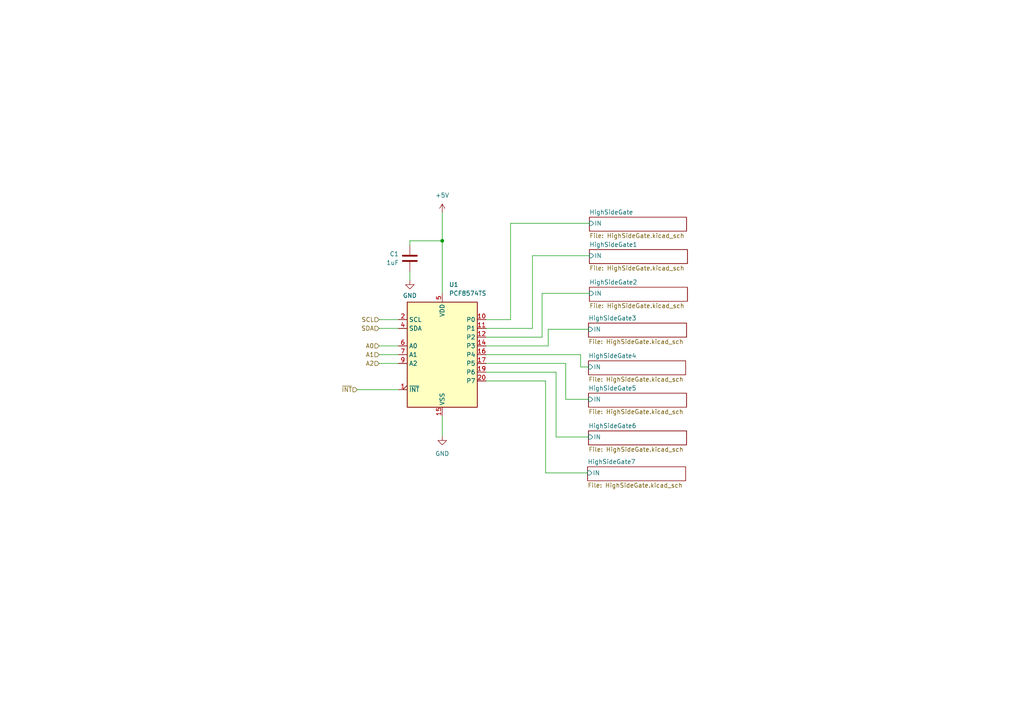
<source format=kicad_sch>
(kicad_sch (version 20230121) (generator eeschema)
  (paper "A4")
  (lib_symbols
    (symbol "Device:C" (pin_numbers hide) (pin_names (offset 0.254))
      (property "Reference" "C" (at 0.635 2.54 0))
      (property "Value" "C" (at 0.635 -2.54 0))
      (symbol "C_0_1"
        (polyline (pts (xy -2.032 -0.762) (xy 2.032 -0.762)) (stroke (width 0.508)))
        (polyline (pts (xy -2.032 0.762) (xy 2.032 0.762)) (stroke (width 0.508)))
      )
      (symbol "C_1_1"
        (pin passive line (at 0 3.81 270) (length 2.794) (name "~") (number "1"))
        (pin passive line (at 0 -3.81 90) (length 2.794) (name "~") (number "2"))
      )
    )
    (symbol "Interface_Expansion:PCF8574TS"
      (property "Reference" "U" (at -8.89 16.51 0))
      (property "Value" "PCF8574TS" (at 3.81 16.51 0))
      (symbol "PCF8574TS_0_1"
        (rectangle (start -10.16 15.24) (end 10.16 -15.24) (stroke (width 0.254)) (fill (type background)))
      )
      (symbol "PCF8574TS_1_1"
        (pin open_collector output_low (at -12.7 -10.16 0) (length 2.54) (name "~{INT}") (number "1"))
        (pin bidirectional line (at 12.7 10.16 180) (length 2.54) (name "P0") (number "10"))
        (pin bidirectional line (at 12.7 7.62 180) (length 2.54) (name "P1") (number "11"))
        (pin bidirectional line (at 12.7 5.08 180) (length 2.54) (name "P2") (number "12"))
        (pin no_connect line (at -10.16 -5.08 0) (length 2.54) hide (name "NC") (number "13"))
        (pin bidirectional line (at 12.7 2.54 180) (length 2.54) (name "P3") (number "14"))
        (pin power_in line (at 0 -17.78 90) (length 2.54) (name "VSS") (number "15"))
        (pin bidirectional line (at 12.7 0 180) (length 2.54) (name "P4") (number "16"))
        (pin bidirectional line (at 12.7 -2.54 180) (length 2.54) (name "P5") (number "17"))
        (pin no_connect line (at -10.16 -7.62 0) (length 2.54) hide (name "NC") (number "18"))
        (pin bidirectional line (at 12.7 -5.08 180) (length 2.54) (name "P6") (number "19"))
        (pin input line (at -12.7 10.16 0) (length 2.54) (name "SCL") (number "2"))
        (pin bidirectional line (at 12.7 -7.62 180) (length 2.54) (name "P7") (number "20"))
        (pin no_connect line (at 10.16 -10.16 180) (length 2.54) hide (name "NC") (number "3"))
        (pin bidirectional line (at -12.7 7.62 0) (length 2.54) (name "SDA") (number "4"))
        (pin power_in line (at 0 17.78 270) (length 2.54) (name "VDD") (number "5"))
        (pin input line (at -12.7 2.54 0) (length 2.54) (name "A0") (number "6"))
        (pin input line (at -12.7 0 0) (length 2.54) (name "A1") (number "7"))
        (pin no_connect line (at 10.16 -12.7 180) (length 2.54) hide (name "NC") (number "8"))
        (pin input line (at -12.7 -2.54 0) (length 2.54) (name "A2") (number "9"))
      )
    )
    (symbol "power:+5V" (power) (pin_names (offset 0))
      (property "Value" "+5V" (at 0 3.556 0))
      (symbol "+5V_0_1"
        (polyline (pts (xy -0.762 1.27) (xy 0 2.54)))
        (polyline (pts (xy 0 0) (xy 0 2.54)))
        (polyline (pts (xy 0 2.54) (xy 0.762 1.27)))
      )
      (symbol "+5V_1_1"
        (pin power_in line (at 0 0 90) (length 0) hide (name "+5V") (number "1"))
      )
    )
    (symbol "power:GND" (power) (pin_names (offset 0))
      (property "Value" "GND" (at 0 -3.81 0))
      (symbol "GND_0_1"
        (polyline (pts (xy 0 0) (xy 0 -1.27) (xy 1.27 -1.27) (xy 0 -2.54) (xy -1.27 -1.27) (xy 0 -1.27)))
      )
      (symbol "GND_1_1"
        (pin power_in line (at 0 0 270) (length 0) hide (name "GND") (number "1"))
      )
    )
  )
  (junction (at 128.27 69.85))
  (wire (pts (xy 170.942 85.09) (xy 157.226 85.09)))
  (wire (pts (xy 148.082 92.71) (xy 148.082 64.77)))
  (wire (pts (xy 159.004 95.504) (xy 159.004 100.33)))
  (wire (pts (xy 157.226 97.79) (xy 140.97 97.79)))
  (wire (pts (xy 157.226 85.09) (xy 157.226 97.79)))
  (wire (pts (xy 128.27 120.65) (xy 128.27 126.492)))
  (wire (pts (xy 159.004 100.33) (xy 140.97 100.33)))
  (wire (pts (xy 161.29 107.95) (xy 161.29 126.746)))
  (wire (pts (xy 109.982 92.71) (xy 115.57 92.71)))
  (wire (pts (xy 128.27 69.85) (xy 118.872 69.85)))
  (wire (pts (xy 140.97 95.25) (xy 154.432 95.25)))
  (wire (pts (xy 128.27 69.85) (xy 128.27 85.09)))
  (wire (pts (xy 164.084 115.824) (xy 170.688 115.824)))
  (wire (pts (xy 115.57 100.33) (xy 109.982 100.33)))
  (wire (pts (xy 118.872 69.85) (xy 118.872 71.12)))
  (wire (pts (xy 140.97 107.95) (xy 161.29 107.95)))
  (wire (pts (xy 128.27 61.722) (xy 128.27 69.85)))
  (wire (pts (xy 140.97 105.41) (xy 164.084 105.41)))
  (wire (pts (xy 154.432 74.168) (xy 170.942 74.168)))
  (wire (pts (xy 170.688 95.504) (xy 159.004 95.504)))
  (wire (pts (xy 158.242 110.49) (xy 158.242 137.16)))
  (wire (pts (xy 164.084 105.41) (xy 164.084 115.824)))
  (wire (pts (xy 140.97 110.49) (xy 158.242 110.49)))
  (wire (pts (xy 140.97 92.71) (xy 148.082 92.71)))
  (wire (pts (xy 118.872 78.74) (xy 118.872 81.28)))
  (wire (pts (xy 170.688 106.426) (xy 168.402 106.426)))
  (wire (pts (xy 168.402 102.87) (xy 140.97 102.87)))
  (wire (pts (xy 168.402 106.426) (xy 168.402 102.87)))
  (wire (pts (xy 158.242 137.16) (xy 170.434 137.16)))
  (wire (pts (xy 148.082 64.77) (xy 170.942 64.77)))
  (wire (pts (xy 115.57 105.41) (xy 109.982 105.41)))
  (wire (pts (xy 115.57 102.87) (xy 109.982 102.87)))
  (wire (pts (xy 161.29 126.746) (xy 170.688 126.746)))
  (wire (pts (xy 103.632 113.03) (xy 115.57 113.03)))
  (wire (pts (xy 109.982 95.25) (xy 115.57 95.25)))
  (wire (pts (xy 154.432 95.25) (xy 154.432 74.168)))
  (hierarchical_label "~{INT}" (shape input) (at 103.632 113.03 180))
  (hierarchical_label "A2" (shape input) (at 109.982 105.41 180))
  (hierarchical_label "SDA" (shape input) (at 109.982 95.25 180))
  (hierarchical_label "SCL" (shape input) (at 109.982 92.71 180))
  (hierarchical_label "A1" (shape input) (at 109.982 102.87 180))
  (hierarchical_label "A0" (shape input) (at 109.982 100.33 180))
  (symbol (lib_id "Interface_Expansion:PCF8574TS") (at 128.27 102.87 0) (unit 1)
    (property "Reference" "U1" (at 130.2259 82.55 0) (effects (justify left)))
    (property "Value" "PCF8574TS" (at 130.2259 85.09 0) (effects (justify left)))
    (property "Footprint" "Package_SO:SSOP-20_4.4x6.5mm_P0.65mm" (effects hide))
    (property "Datasheet" "http://www.nxp.com/documents/data_sheet/PCF8574_PCF8574A.pdf" (effects hide))
  )
  (symbol (lib_id "power:+5V") (at 128.27 61.722 0) (mirror y) (unit 1)
    (property "Reference" "#PWR04" (effects hide))
    (property "Value" "+5V" (at 128.27 56.642 0))
  )
  (symbol (lib_id "power:GND") (at 118.872 81.28 0) (mirror y) (unit 1)
    (property "Reference" "#PWR03" (effects hide))
    (property "Value" "GND" (at 118.872 85.725 0))
    (instances (project "PCF8574DIOI2C" (path "" (reference "#PWR03") (unit 1)) (path "" (reference "#PWR06") (unit 1))))
  )
  (symbol (lib_id "Device:C") (at 118.872 74.93 0) (mirror y) (unit 1)
    (property "Reference" "C1" (at 115.697 73.66 0) (effects (justify left)))
    (property "Value" "1uF" (at 115.697 76.2 0) (effects (justify left)))
    (property "Footprint" "Capacitor_SMD:C_0805_2012Metric" (effects hide))
  )
  (symbol (lib_id "power:GND") (at 128.27 126.492 0) (unit 1)
    (property "Reference" "#PWR019" (effects hide))
    (property "Value" "GND" (at 128.27 131.572 0))
  )
  (sheet (at 170.688 124.968) (size 28.448 4.064) (stroke (width 0.1524))
    (property "Sheetname" "HighSideGate6" (at 170.688 124.2564 0) (effects (justify left bottom)))
    (property "Sheetfile" "HighSideGate.kicad_sch" (at 170.688 129.6166 0) (effects (justify left top)))
    (pin "IN" input (at 170.688 126.746 180))
  )
  (sheet (at 170.688 104.648) (size 28.194 4.064) (stroke (width 0.1524))
    (property "Sheetname" "HighSideGate4" (at 170.688 103.9364 0) (effects (justify left bottom)))
    (property "Sheetfile" "HighSideGate.kicad_sch" (at 170.688 109.2966 0) (effects (justify left top)))
    (pin "IN" input (at 170.688 106.426 180))
  )
  (sheet (at 170.688 114.046) (size 28.448 4.064) (stroke (width 0.1524))
    (property "Sheetname" "HighSideGate5" (at 170.688 113.3344 0) (effects (justify left bottom)))
    (property "Sheetfile" "HighSideGate.kicad_sch" (at 170.688 118.6946 0) (effects (justify left top)))
    (pin "IN" input (at 170.688 115.824 180))
  )
  (sheet (at 170.942 62.992) (size 28.194 4.064) (stroke (width 0.1524))
    (property "Sheetname" "HighSideGate" (at 170.942 62.2804 0) (effects (justify left bottom)))
    (property "Sheetfile" "HighSideGate.kicad_sch" (at 170.942 67.6406 0) (effects (justify left top)))
    (pin "IN" input (at 170.942 64.77 180))
  )
  (sheet (at 170.688 93.726) (size 28.448 4.064) (stroke (width 0.1524))
    (property "Sheetname" "HighSideGate3" (at 170.688 93.0144 0) (effects (justify left bottom)))
    (property "Sheetfile" "HighSideGate.kicad_sch" (at 170.688 98.3746 0) (effects (justify left top)))
    (pin "IN" input (at 170.688 95.504 180))
  )
  (sheet (at 170.942 72.39) (size 28.448 4.064) (stroke (width 0.1524))
    (property "Sheetname" "HighSideGate1" (at 170.942 71.6784 0) (effects (justify left bottom)))
    (property "Sheetfile" "HighSideGate.kicad_sch" (at 170.942 77.0386 0) (effects (justify left top)))
    (pin "IN" input (at 170.942 74.168 180))
  )
  (sheet (at 170.942 83.312) (size 28.448 4.064) (stroke (width 0.1524))
    (property "Sheetname" "HighSideGate2" (at 170.942 82.6004 0) (effects (justify left bottom)))
    (property "Sheetfile" "HighSideGate.kicad_sch" (at 170.942 87.9606 0) (effects (justify left top)))
    (pin "IN" input (at 170.942 85.09 180))
  )
  (sheet (at 170.434 135.382) (size 28.448 4.064) (stroke (width 0.1524))
    (property "Sheetname" "HighSideGate7" (at 170.434 134.6704 0) (effects (justify left bottom)))
    (property "Sheetfile" "HighSideGate.kicad_sch" (at 170.434 140.0306 0) (effects (justify left top)))
    (pin "IN" input (at 170.434 137.16 180))
  )
)
</source>
